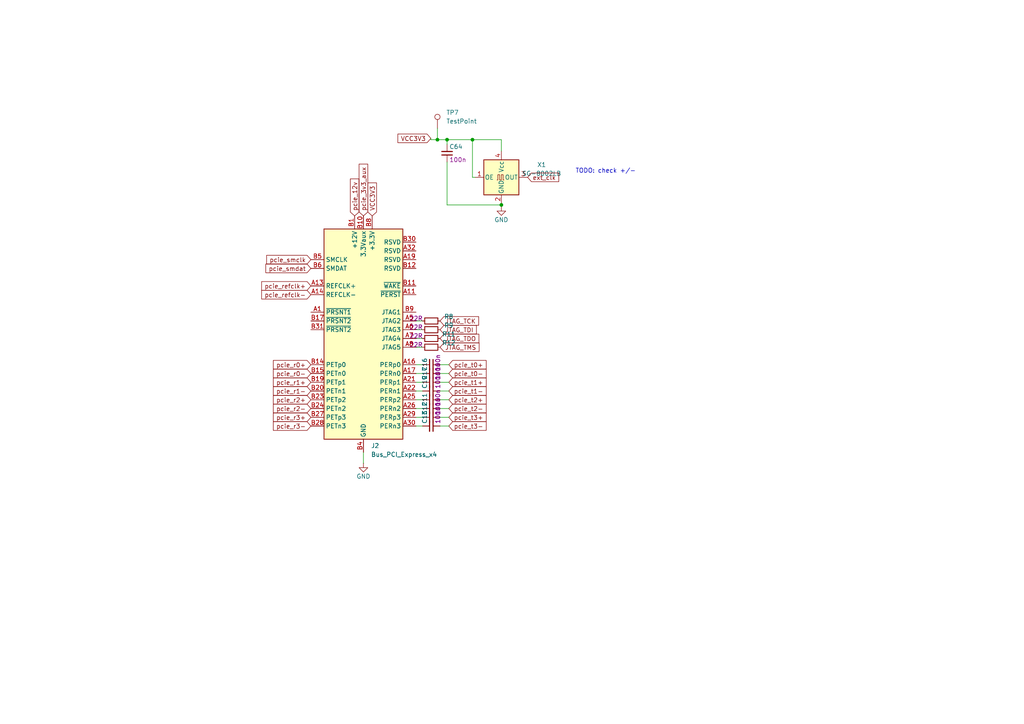
<source format=kicad_sch>
(kicad_sch (version 20230121) (generator eeschema)
  (paper "A4")
  (lib_symbols
    (symbol "Connector:Bus_PCI_Express_x4"
      (property "Reference" "J" (at -8.89 33.02 0))
      (property "Value" "Bus_PCI_Express_x4" (at 12.7 33.02 0))
      (symbol "Bus_PCI_Express_x4_0_1"
        (rectangle (start -11.43 31.75) (end 11.43 -29.21) (stroke (width 0.254)) (fill (type background)))
      )
      (symbol "Bus_PCI_Express_x4_1_1"
        (pin passive line (at -15.24 7.62 0) (length 3.81) (name "~{PRSNT1}") (number "A1"))
        (pin passive line (at 2.54 35.56 270) (length 3.81) hide (name "+3.3V") (number "A10"))
        (pin input line (at 15.24 12.7 180) (length 3.81) (name "~{PERST}") (number "A11"))
        (pin passive line (at 0 -33.02 90) (length 3.81) hide (name "GND") (number "A12"))
        (pin input line (at -15.24 15.24 0) (length 3.81) (name "REFCLK+") (number "A13"))
        (pin input line (at -15.24 12.7 0) (length 3.81) (name "REFCLK-") (number "A14"))
        (pin passive line (at 0 -33.02 90) (length 3.81) hide (name "GND") (number "A15"))
        (pin output line (at 15.24 -7.62 180) (length 3.81) (name "PERp0") (number "A16"))
        (pin output line (at 15.24 -10.16 180) (length 3.81) (name "PERn0") (number "A17"))
        (pin passive line (at 0 -33.02 90) (length 3.81) hide (name "GND") (number "A18"))
        (pin passive line (at 15.24 22.86 180) (length 3.81) (name "RSVD") (number "A19"))
        (pin passive line (at -2.54 35.56 270) (length 3.81) hide (name "+12V") (number "A2"))
        (pin passive line (at 0 -33.02 90) (length 3.81) hide (name "GND") (number "A20"))
        (pin output line (at 15.24 -12.7 180) (length 3.81) (name "PERp1") (number "A21"))
        (pin output line (at 15.24 -15.24 180) (length 3.81) (name "PERn1") (number "A22"))
        (pin passive line (at 0 -33.02 90) (length 3.81) hide (name "GND") (number "A23"))
        (pin passive line (at 0 -33.02 90) (length 3.81) hide (name "GND") (number "A24"))
        (pin output line (at 15.24 -17.78 180) (length 3.81) (name "PERp2") (number "A25"))
        (pin output line (at 15.24 -20.32 180) (length 3.81) (name "PERn2") (number "A26"))
        (pin passive line (at 0 -33.02 90) (length 3.81) hide (name "GND") (number "A27"))
        (pin passive line (at 0 -33.02 90) (length 3.81) hide (name "GND") (number "A28"))
        (pin output line (at 15.24 -22.86 180) (length 3.81) (name "PERp3") (number "A29"))
        (pin passive line (at -2.54 35.56 270) (length 3.81) hide (name "+12V") (number "A3"))
        (pin output line (at 15.24 -25.4 180) (length 3.81) (name "PERn3") (number "A30"))
        (pin passive line (at 0 -33.02 90) (length 3.81) hide (name "GND") (number "A31"))
        (pin passive line (at 15.24 25.4 180) (length 3.81) (name "RSVD") (number "A32"))
        (pin passive line (at 0 -33.02 90) (length 3.81) hide (name "GND") (number "A4"))
        (pin input line (at 15.24 5.08 180) (length 3.81) (name "JTAG2") (number "A5"))
        (pin input line (at 15.24 2.54 180) (length 3.81) (name "JTAG3") (number "A6"))
        (pin output line (at 15.24 0 180) (length 3.81) (name "JTAG4") (number "A7"))
        (pin input line (at 15.24 -2.54 180) (length 3.81) (name "JTAG5") (number "A8"))
        (pin passive line (at 2.54 35.56 270) (length 3.81) hide (name "+3.3V") (number "A9"))
        (pin power_in line (at -2.54 35.56 270) (length 3.81) (name "+12V") (number "B1"))
        (pin power_in line (at 0 35.56 270) (length 3.81) (name "3.3Vaux") (number "B10"))
        (pin open_collector line (at 15.24 15.24 180) (length 3.81) (name "~{WAKE}") (number "B11"))
        (pin passive line (at 15.24 20.32 180) (length 3.81) (name "RSVD") (number "B12"))
        (pin passive line (at 0 -33.02 90) (length 3.81) hide (name "GND") (number "B13"))
        (pin input line (at -15.24 -7.62 0) (length 3.81) (name "PETp0") (number "B14"))
        (pin input line (at -15.24 -10.16 0) (length 3.81) (name "PETn0") (number "B15"))
        (pin passive line (at 0 -33.02 90) (length 3.81) hide (name "GND") (number "B16"))
        (pin passive line (at -15.24 5.08 0) (length 3.81) (name "~{PRSNT2}") (number "B17"))
        (pin passive line (at 0 -33.02 90) (length 3.81) hide (name "GND") (number "B18"))
        (pin input line (at -15.24 -12.7 0) (length 3.81) (name "PETp1") (number "B19"))
        (pin passive line (at -2.54 35.56 270) (length 3.81) hide (name "+12V") (number "B2"))
        (pin input line (at -15.24 -15.24 0) (length 3.81) (name "PETn1") (number "B20"))
        (pin passive line (at 0 -33.02 90) (length 3.81) hide (name "GND") (number "B21"))
        (pin passive line (at 0 -33.02 90) (length 3.81) hide (name "GND") (number "B22"))
        (pin input line (at -15.24 -17.78 0) (length 3.81) (name "PETp2") (number "B23"))
        (pin input line (at -15.24 -20.32 0) (length 3.81) (name "PETn2") (number "B24"))
        (pin passive line (at 0 -33.02 90) (length 3.81) hide (name "GND") (number "B25"))
        (pin passive line (at 0 -33.02 90) (length 3.81) hide (name "GND") (number "B26"))
        (pin input line (at -15.24 -22.86 0) (length 3.81) (name "PETp3") (number "B27"))
        (pin input line (at -15.24 -25.4 0) (length 3.81) (name "PETn3") (number "B28"))
        (pin passive line (at 0 -33.02 90) (length 3.81) hide (name "GND") (number "B29"))
        (pin passive line (at -2.54 35.56 270) (length 3.81) hide (name "+12V") (number "B3"))
        (pin passive line (at 15.24 27.94 180) (length 3.81) (name "RSVD") (number "B30"))
        (pin passive line (at -15.24 2.54 0) (length 3.81) (name "~{PRSNT2}") (number "B31"))
        (pin passive line (at 0 -33.02 90) (length 3.81) hide (name "GND") (number "B32"))
        (pin power_in line (at 0 -33.02 90) (length 3.81) (name "GND") (number "B4"))
        (pin input line (at -15.24 22.86 0) (length 3.81) (name "SMCLK") (number "B5"))
        (pin bidirectional line (at -15.24 20.32 0) (length 3.81) (name "SMDAT") (number "B6"))
        (pin passive line (at 0 -33.02 90) (length 3.81) hide (name "GND") (number "B7"))
        (pin power_in line (at 2.54 35.56 270) (length 3.81) (name "+3.3V") (number "B8"))
        (pin input line (at 15.24 7.62 180) (length 3.81) (name "JTAG1") (number "B9"))
      )
    )
    (symbol "Connector:TestPoint" (pin_numbers hide) (pin_names (offset 0.762) hide)
      (property "Reference" "TP" (at 0 6.858 0))
      (property "Value" "TestPoint" (at 0 5.08 0))
      (symbol "TestPoint_0_1"
        (circle (center 0 3.302) (radius 0.762))
      )
      (symbol "TestPoint_1_1"
        (pin passive line (at 0 0 90) (length 2.54) (name "1") (number "1"))
      )
    )
    (symbol "Oscillator:SG-8002LB" (pin_names (offset 0.254))
      (property "Reference" "X" (at -5.08 6.35 0))
      (property "Value" "SG-8002LB" (at 1.27 -6.35 0))
      (symbol "SG-8002LB_0_1"
        (rectangle (start -5.08 5.08) (end 5.08 -5.08) (stroke (width 0.254)) (fill (type background)))
        (polyline (pts (xy -1.27 -0.762) (xy -1.016 -0.762) (xy -1.016 0.762) (xy -0.508 0.762) (xy -0.508 -0.762) (xy 0 -0.762) (xy 0 0.762) (xy 0.508 0.762) (xy 0.508 -0.762) (xy 0.762 -0.762)))
      )
      (symbol "SG-8002LB_1_1"
        (pin input line (at -7.62 0 0) (length 2.54) (name "OE") (number "1"))
        (pin power_in line (at 0 -7.62 90) (length 2.54) (name "GND") (number "2"))
        (pin output line (at 7.62 0 180) (length 2.54) (name "OUT") (number "3"))
        (pin power_in line (at 0 7.62 270) (length 2.54) (name "Vcc") (number "4"))
      )
    )
    (symbol "R_22R_0402_2" (pin_numbers hide) (pin_names hide)
      (property "Reference" "R" (at 20.32 -5.08 0))
      (property "Val" "22R" (at 20.32 -7.62 0))
      (symbol "R_22R_0402_2_0_1"
        (rectangle (start 0.635 0.889) (end 4.445 -0.889) (stroke (width 0.254)))
      )
      (symbol "R_22R_0402_2_1_1"
        (pin passive line (at 0 0 0) (length 0.635) (name "~") (number "1"))
        (pin passive line (at 5.08 0 180) (length 0.635) (name "~") (number "2"))
      )
    )
    (symbol "R_22R_0402_3" (pin_numbers hide) (pin_names hide)
      (property "Reference" "R" (at 20.32 -5.08 0))
      (property "Val" "22R" (at 20.32 -7.62 0))
      (symbol "R_22R_0402_3_0_1"
        (rectangle (start 0.635 0.889) (end 4.445 -0.889) (stroke (width 0.254)))
      )
      (symbol "R_22R_0402_3_1_1"
        (pin passive line (at 0 0 0) (length 0.635) (name "~") (number "1"))
        (pin passive line (at 5.08 0 180) (length 0.635) (name "~") (number "2"))
      )
    )
    (symbol "R_22R_0402_4" (pin_numbers hide) (pin_names hide)
      (property "Reference" "R" (at 20.32 -5.08 0))
      (property "Val" "22R" (at 20.32 -7.62 0))
      (symbol "R_22R_0402_4_0_1"
        (rectangle (start 0.635 0.889) (end 4.445 -0.889) (stroke (width 0.254)))
      )
      (symbol "R_22R_0402_4_1_1"
        (pin passive line (at 0 0 0) (length 0.635) (name "~") (number "1"))
        (pin passive line (at 5.08 0 180) (length 0.635) (name "~") (number "2"))
      )
    )
    (symbol "R_22R_0402_5" (pin_numbers hide) (pin_names hide)
      (property "Reference" "R" (at 20.32 -5.08 0))
      (property "Val" "22R" (at 20.32 -7.62 0))
      (symbol "R_22R_0402_5_0_1"
        (rectangle (start 0.635 0.889) (end 4.445 -0.889) (stroke (width 0.254)))
      )
      (symbol "R_22R_0402_5_1_1"
        (pin passive line (at 0 0 0) (length 0.635) (name "~") (number "1"))
        (pin passive line (at 5.08 0 180) (length 0.635) (name "~") (number "2"))
      )
    )
    (symbol "antmicroCapacitorsmisc:C_100n_6V3_0402" (pin_numbers hide) (pin_names hide)
      (property "Reference" "C" (at 20.32 -5.08 0))
      (property "Val" "100n" (at 20.32 -7.62 0))
      (symbol "C_100n_6V3_0402_0_1"
        (polyline (pts (xy 2.032 -1.524) (xy 2.032 1.524)) (stroke (width 0.3048)))
        (polyline (pts (xy 3.048 -1.524) (xy 3.048 1.524)) (stroke (width 0.3302)))
      )
      (symbol "C_100n_6V3_0402_1_1"
        (pin passive line (at 0 0 0) (length 2.032) (name "~") (number "1"))
        (pin passive line (at 5.08 0 180) (length 2.032) (name "~") (number "2"))
      )
    )
    (symbol "antmicropower:GND" (power) (pin_numbers hide) (pin_names hide)
      (property "Value" "GND" (at 8.89 -5.08 0))
      (symbol "GND_1_1"
        (polyline (pts (xy 0 0) (xy 0 -1.27) (xy 1.27 -1.27) (xy 0 -2.54) (xy -1.27 -1.27) (xy 0 -1.27)))
        (pin power_in line (at 0 0 270) (length 0) (name "GND") (number "1"))
      )
    )
  )
  (junction (at 145.415 59.436))
  (junction (at 137.033 40.513))
  (junction (at 129.667 40.513))
  (junction (at 126.873 40.513))
  (wire (pts (xy 126.873 40.513) (xy 124.968 40.513)))
  (wire (pts (xy 120.65 95.631) (xy 122.555 95.631)))
  (wire (pts (xy 127.635 115.951) (xy 130.175 115.951)))
  (wire (pts (xy 124.968 40.513) (xy 124.968 40.132)))
  (wire (pts (xy 127.635 110.871) (xy 130.175 110.871)))
  (wire (pts (xy 127.635 113.411) (xy 130.175 113.411)))
  (wire (pts (xy 137.033 51.435) (xy 137.033 40.513)))
  (wire (pts (xy 127.635 118.491) (xy 130.175 118.491)))
  (wire (pts (xy 120.65 110.871) (xy 122.555 110.871)))
  (wire (pts (xy 120.65 118.491) (xy 122.555 118.491)))
  (wire (pts (xy 120.65 105.791) (xy 122.555 105.791)))
  (wire (pts (xy 129.667 40.513) (xy 137.033 40.513)))
  (wire (pts (xy 129.667 41.91) (xy 129.667 40.513)))
  (wire (pts (xy 127.635 123.571) (xy 130.175 123.571)))
  (wire (pts (xy 127.635 121.031) (xy 130.175 121.031)))
  (wire (pts (xy 145.415 59.436) (xy 129.667 59.436)))
  (wire (pts (xy 129.667 59.436) (xy 129.667 46.99)))
  (wire (pts (xy 105.41 131.191) (xy 105.41 134.366)))
  (wire (pts (xy 120.65 98.171) (xy 122.555 98.171)))
  (wire (pts (xy 120.65 108.331) (xy 122.555 108.331)))
  (wire (pts (xy 137.795 51.435) (xy 137.033 51.435)))
  (wire (pts (xy 129.667 40.513) (xy 126.873 40.513)))
  (wire (pts (xy 145.415 59.436) (xy 145.415 59.944)))
  (wire (pts (xy 120.65 121.031) (xy 122.555 121.031)))
  (wire (pts (xy 120.65 93.091) (xy 122.555 93.091)))
  (wire (pts (xy 127.635 105.791) (xy 130.175 105.791)))
  (wire (pts (xy 145.415 59.055) (xy 145.415 59.436)))
  (wire (pts (xy 145.415 40.513) (xy 145.415 43.815)))
  (wire (pts (xy 126.873 37.211) (xy 126.873 40.513)))
  (wire (pts (xy 120.65 100.711) (xy 122.555 100.711)))
  (wire (pts (xy 120.65 115.951) (xy 122.555 115.951)))
  (wire (pts (xy 137.033 40.513) (xy 145.415 40.513)))
  (wire (pts (xy 127.635 108.331) (xy 130.175 108.331)))
  (wire (pts (xy 120.65 123.571) (xy 122.555 123.571)))
  (wire (pts (xy 120.65 113.411) (xy 122.555 113.411)))
  (text "TODO: check +/-" (at 166.878 50.419 0) (effects (font (size 1.27 1.27)) (justify left bottom)))
  (global_label "JTAG_TMS" (shape input) (at 127.635 100.711 0) (property "Intersheetrefs" "${INTERSHEET_REFS}" (effects hide)))
  (global_label "pcie_r3-" (shape input) (at 90.17 123.571 180) (property "Intersheetrefs" "${INTERSHEET_REFS}" (effects hide)))
  (global_label "pcie_t3+" (shape input) (at 130.175 121.031 0) (property "Intersheetrefs" "${INTERSHEET_REFS}" (effects hide)))
  (global_label "pcie_r2+" (shape input) (at 90.17 115.951 180) (property "Intersheetrefs" "${INTERSHEET_REFS}" (effects hide)))
  (global_label "pcie_smdat" (shape input) (at 90.17 77.851 180) (property "Intersheetrefs" "${INTERSHEET_REFS}" (effects hide)))
  (global_label "pcie_refclk-" (shape input) (at 90.17 85.471 180) (property "Intersheetrefs" "${INTERSHEET_REFS}" (effects hide)))
  (global_label "pcie_r1+" (shape input) (at 90.17 110.871 180) (property "Intersheetrefs" "${INTERSHEET_REFS}" (effects hide)))
  (global_label "pcie_smclk" (shape input) (at 90.17 75.311 180) (property "Intersheetrefs" "${INTERSHEET_REFS}" (effects hide)))
  (global_label "pcie_r2-" (shape input) (at 90.17 118.491 180) (property "Intersheetrefs" "${INTERSHEET_REFS}" (effects hide)))
  (global_label "pcie_r0-" (shape input) (at 90.17 108.331 180) (property "Intersheetrefs" "${INTERSHEET_REFS}" (effects hide)))
  (global_label "pcie_3v3_aux" (shape input) (at 105.41 62.611 90) (property "Intersheetrefs" "${INTERSHEET_REFS}" (effects hide)))
  (global_label "pcie_t0+" (shape input) (at 130.175 105.791 0) (property "Intersheetrefs" "${INTERSHEET_REFS}" (effects hide)))
  (global_label "ext_clk" (shape input) (at 153.035 51.435 0) (property "Intersheetrefs" "${INTERSHEET_REFS}" (effects hide)))
  (global_label "pcie_r1-" (shape input) (at 90.17 113.411 180) (property "Intersheetrefs" "${INTERSHEET_REFS}" (effects hide)))
  (global_label "pcie_t2+" (shape input) (at 130.175 115.951 0) (property "Intersheetrefs" "${INTERSHEET_REFS}" (effects hide)))
  (global_label "pcie_t3-" (shape input) (at 130.175 123.571 0) (property "Intersheetrefs" "${INTERSHEET_REFS}" (effects hide)))
  (global_label "JTAG_TDO" (shape input) (at 127.635 98.171 0) (property "Intersheetrefs" "${INTERSHEET_REFS}" (effects hide)))
  (global_label "pcie_t0-" (shape input) (at 130.175 108.331 0) (property "Intersheetrefs" "${INTERSHEET_REFS}" (effects hide)))
  (global_label "pcie_r0+" (shape input) (at 90.17 105.791 180) (property "Intersheetrefs" "${INTERSHEET_REFS}" (effects hide)))
  (global_label "JTAG_TDI" (shape input) (at 127.635 95.631 0) (property "Intersheetrefs" "${INTERSHEET_REFS}" (effects hide)))
  (global_label "pcie_12v" (shape input) (at 102.87 62.611 90) (property "Intersheetrefs" "${INTERSHEET_REFS}" (effects hide)))
  (global_label "JTAG_TCK" (shape input) (at 127.635 93.091 0) (property "Intersheetrefs" "${INTERSHEET_REFS}" (effects hide)))
  (global_label "pcie_r3+" (shape input) (at 90.17 121.031 180) (property "Intersheetrefs" "${INTERSHEET_REFS}" (effects hide)))
  (global_label "pcie_t2-" (shape input) (at 130.175 118.491 0) (property "Intersheetrefs" "${INTERSHEET_REFS}" (effects hide)))
  (global_label "pcie_refclk+" (shape input) (at 90.17 82.931 180) (property "Intersheetrefs" "${INTERSHEET_REFS}" (effects hide)))
  (global_label "VCC3V3" (shape input) (at 124.968 40.132 180) (property "Intersheetrefs" "${INTERSHEET_REFS}" (effects hide)))
  (global_label "VCC3V3" (shape input) (at 107.95 62.611 90) (property "Intersheetrefs" "${INTERSHEET_REFS}" (effects hide)))
  (global_label "pcie_t1+" (shape input) (at 130.175 110.871 0) (property "Intersheetrefs" "${INTERSHEET_REFS}" (effects hide)))
  (global_label "pcie_t1-" (shape input) (at 130.175 113.411 0) (property "Intersheetrefs" "${INTERSHEET_REFS}" (effects hide)))
  (symbol (lib_id "antmicropower:GND") (at 145.415 59.944 0) (unit 1)
    (property "Reference" "#PWR053" (effects hide))
    (property "Value" "GND" (at 145.415 63.754 0))
    (property "Author" "Antmicro" (effects hide))
    (property "License" "Apache-2.0" (effects hide))
  )
  (symbol (lib_name "R_22R_0402_5") (lib_id "antmicroResistors0402:R_22R_0402") (at 122.555 100.711 0) (unit 1)
    (property "Reference" "R12" (at 130.175 99.441 0))
    (property "Value" "22R" (effects hide))
    (property "Footprint" "antmicro-footprints:R_0402_1005Metric" (effects hide))
    (property "Datasheet" "https://www.bourns.com/docs/product-datasheets/cr.pdf" (effects hide))
    (property "Manufacturer" "Bourns" (effects hide))
    (property "MPN" "CR0402-FX-22R0GLF" (effects hide))
    (property "Val" "22R" (at 118.745 100.711 0) (effects (justify left bottom)))
    (property "License" "Apache-2.0" (effects hide))
    (property "Author" "Antmicro" (effects hide))
    (property "Tolerance" "1%" (effects hide))
    (property "LCSC" "C25092" (effects hide))
  )
  (symbol (lib_id "antmicroCapacitorsmisc:C_100n_6V3_0402") (at 127.635 118.491 0) (mirror y) (unit 1)
    (property "Reference" "C11" (at 123.19 117.856 90) (effects (justify left)))
    (property "Value" "100n" (effects hide))
    (property "Footprint" "antmicro-footprints:C_0402_1005Metric" (effects hide))
    (property "Datasheet" " " (effects hide))
    (property "Manufacturer" "Walsin" (effects hide))
    (property "MPN" "0402X104K6R3CT" (effects hide))
    (property "Val" "100n" (at 127 117.856 90) (effects (justify left)))
    (property "License" "Apache-2.0" (effects hide))
    (property "Author" "Antmicro" (effects hide))
    (property "LCSC" "C1525" (effects hide))
  )
  (symbol (lib_id "antmicroCapacitorsmisc:C_100n_6V3_0402") (at 127.635 108.331 0) (mirror y) (unit 1)
    (property "Reference" "C16" (at 123.19 107.696 90) (effects (justify left)))
    (property "Value" "100n" (effects hide))
    (property "Footprint" "antmicro-footprints:C_0402_1005Metric" (effects hide))
    (property "Datasheet" " " (effects hide))
    (property "Manufacturer" "Walsin" (effects hide))
    (property "MPN" "0402X104K6R3CT" (effects hide))
    (property "Val" "100n" (at 127 107.696 90) (effects (justify left)))
    (property "License" "Apache-2.0" (effects hide))
    (property "Author" "Antmicro" (effects hide))
    (property "LCSC" "C1525" (effects hide))
  )
  (symbol (lib_id "Connector:TestPoint") (at 126.873 37.211 0) (unit 1)
    (property "Reference" "TP7" (at 129.413 32.639 0) (effects (justify left)))
    (property "Value" "TestPoint" (at 129.413 35.179 0) (effects (justify left)))
    (property "Footprint" "TestPoint:TestPoint_Pad_D1.0mm" (effects hide))
  )
  (symbol (lib_id "antmicroCapacitorsmisc:C_100n_6V3_0402") (at 127.635 115.951 0) (mirror y) (unit 1)
    (property "Reference" "C10" (effects hide))
    (property "Value" "100n" (effects hide))
    (property "Footprint" "antmicro-footprints:C_0402_1005Metric" (effects hide))
    (property "Datasheet" " " (effects hide))
    (property "Manufacturer" "Walsin" (effects hide))
    (property "MPN" "0402X104K6R3CT" (effects hide))
    (property "Val" "100n" (effects hide))
    (property "License" "Apache-2.0" (effects hide))
    (property "Author" "Antmicro" (effects hide))
    (property "LCSC" "C1525" (effects hide))
  )
  (symbol (lib_id "antmicroCapacitorsmisc:C_100n_6V3_0402") (at 129.667 46.99 270) (mirror x) (unit 1)
    (property "Reference" "C64" (at 130.302 42.545 90) (effects (justify left)))
    (property "Value" "100n" (effects hide))
    (property "Footprint" "antmicro-footprints:C_0402_1005Metric" (effects hide))
    (property "Datasheet" " " (effects hide))
    (property "Manufacturer" "Walsin" (effects hide))
    (property "MPN" "0402X104K6R3CT" (effects hide))
    (property "Val" "100n" (at 130.302 46.355 90) (effects (justify left)))
    (property "License" "Apache-2.0" (effects hide))
    (property "Author" "Antmicro" (effects hide))
    (property "LCSC" "C1525" (effects hide))
  )
  (symbol (lib_name "R_22R_0402_4") (lib_id "antmicroResistors0402:R_22R_0402") (at 122.555 93.091 0) (unit 1)
    (property "Reference" "R8" (at 130.175 91.821 0))
    (property "Value" "22R" (effects hide))
    (property "Footprint" "antmicro-footprints:R_0402_1005Metric" (effects hide))
    (property "Datasheet" "https://www.bourns.com/docs/product-datasheets/cr.pdf" (effects hide))
    (property "Manufacturer" "Bourns" (effects hide))
    (property "MPN" "CR0402-FX-22R0GLF" (effects hide))
    (property "Val" "22R" (at 118.745 93.091 0) (effects (justify left bottom)))
    (property "License" "Apache-2.0" (effects hide))
    (property "Author" "Antmicro" (effects hide))
    (property "Tolerance" "1%" (effects hide))
    (property "LCSC" "C25092" (effects hide))
  )
  (symbol (lib_id "antmicroCapacitorsmisc:C_100n_6V3_0402") (at 127.635 105.791 0) (mirror y) (unit 1)
    (property "Reference" "C15" (effects hide))
    (property "Value" "100n" (effects hide))
    (property "Footprint" "antmicro-footprints:C_0402_1005Metric" (effects hide))
    (property "Datasheet" " " (effects hide))
    (property "Manufacturer" "Walsin" (effects hide))
    (property "MPN" "0402X104K6R3CT" (effects hide))
    (property "Val" "100n" (effects hide))
    (property "License" "Apache-2.0" (effects hide))
    (property "Author" "Antmicro" (effects hide))
    (property "LCSC" "C1525" (effects hide))
  )
  (symbol (lib_id "antmicroCapacitorsmisc:C_100n_6V3_0402") (at 127.635 110.871 0) (mirror y) (unit 1)
    (property "Reference" "C17" (at 123.19 110.236 90) (effects (justify left)))
    (property "Value" "100n" (effects hide))
    (property "Footprint" "antmicro-footprints:C_0402_1005Metric" (effects hide))
    (property "Datasheet" " " (effects hide))
    (property "Manufacturer" "Walsin" (effects hide))
    (property "MPN" "0402X104K6R3CT" (effects hide))
    (property "Val" "100n" (at 127 110.236 90) (effects (justify left)))
    (property "License" "Apache-2.0" (effects hide))
    (property "Author" "Antmicro" (effects hide))
    (property "LCSC" "C1525" (effects hide))
  )
  (symbol (lib_id "antmicropower:GND") (at 105.41 134.366 0) (unit 1)
    (property "Reference" "#PWR01" (effects hide))
    (property "Value" "GND" (at 105.41 138.176 0))
    (property "Author" "Antmicro" (effects hide))
    (property "License" "Apache-2.0" (effects hide))
  )
  (symbol (lib_id "antmicroCapacitorsmisc:C_100n_6V3_0402") (at 127.635 113.411 0) (mirror y) (unit 1)
    (property "Reference" "C19" (at 123.19 112.776 90) (effects (justify left)))
    (property "Value" "100n" (effects hide))
    (property "Footprint" "antmicro-footprints:C_0402_1005Metric" (effects hide))
    (property "Datasheet" " " (effects hide))
    (property "Manufacturer" "Walsin" (effects hide))
    (property "MPN" "0402X104K6R3CT" (effects hide))
    (property "Val" "100n" (at 127 112.776 90) (effects (justify left)))
    (property "License" "Apache-2.0" (effects hide))
    (property "Author" "Antmicro" (effects hide))
    (property "LCSC" "C1525" (effects hide))
  )
  (symbol (lib_name "R_22R_0402_3") (lib_id "antmicroResistors0402:R_22R_0402") (at 122.555 98.171 0) (unit 1)
    (property "Reference" "R11" (at 130.175 96.901 0))
    (property "Value" "22R" (effects hide))
    (property "Footprint" "antmicro-footprints:R_0402_1005Metric" (effects hide))
    (property "Datasheet" "https://www.bourns.com/docs/product-datasheets/cr.pdf" (effects hide))
    (property "Manufacturer" "Bourns" (effects hide))
    (property "MPN" "CR0402-FX-22R0GLF" (effects hide))
    (property "Val" "22R" (at 118.745 98.171 0) (effects (justify left bottom)))
    (property "License" "Apache-2.0" (effects hide))
    (property "Author" "Antmicro" (effects hide))
    (property "Tolerance" "1%" (effects hide))
    (property "LCSC" "C25092" (effects hide))
  )
  (symbol (lib_id "Connector:Bus_PCI_Express_x4") (at 105.41 98.171 0) (unit 1)
    (property "Reference" "J2" (at 107.6041 129.286 0) (effects (justify left)))
    (property "Value" "Bus_PCI_Express_x4" (at 107.6041 131.826 0) (effects (justify left)))
    (property "Footprint" "Connector_PCBEdge:BUS_PCIexpress_x4" (effects hide))
    (property "Datasheet" "http://www.ritrontek.com/uploadfile/2016/1026/20161026105231124.pdf#page=63" (effects hide))
  )
  (symbol (lib_id "antmicroCapacitorsmisc:C_100n_6V3_0402") (at 127.635 121.031 0) (mirror y) (unit 1)
    (property "Reference" "C12" (at 123.19 120.396 90) (effects (justify left)))
    (property "Value" "100n" (effects hide))
    (property "Footprint" "antmicro-footprints:C_0402_1005Metric" (effects hide))
    (property "Datasheet" " " (effects hide))
    (property "Manufacturer" "Walsin" (effects hide))
    (property "MPN" "0402X104K6R3CT" (effects hide))
    (property "Val" "100n" (at 127 120.396 90) (effects (justify left)))
    (property "License" "Apache-2.0" (effects hide))
    (property "Author" "Antmicro" (effects hide))
    (property "LCSC" "C1525" (effects hide))
  )
  (symbol (lib_name "R_22R_0402_2") (lib_id "antmicroResistors0402:R_22R_0402") (at 122.555 95.631 0) (unit 1)
    (property "Reference" "R9" (at 130.175 94.361 0))
    (property "Value" "22R" (effects hide))
    (property "Footprint" "antmicro-footprints:R_0402_1005Metric" (effects hide))
    (property "Datasheet" "https://www.bourns.com/docs/product-datasheets/cr.pdf" (effects hide))
    (property "Manufacturer" "Bourns" (effects hide))
    (property "MPN" "CR0402-FX-22R0GLF" (effects hide))
    (property "Val" "22R" (at 118.745 95.631 0) (effects (justify left bottom)))
    (property "License" "Apache-2.0" (effects hide))
    (property "Author" "Antmicro" (effects hide))
    (property "Tolerance" "1%" (effects hide))
    (property "LCSC" "C25092" (effects hide))
  )
  (symbol (lib_id "antmicroCapacitorsmisc:C_100n_6V3_0402") (at 127.635 123.571 0) (mirror y) (unit 1)
    (property "Reference" "C13" (at 123.19 122.936 90) (effects (justify left)))
    (property "Value" "100n" (effects hide))
    (property "Footprint" "antmicro-footprints:C_0402_1005Metric" (effects hide))
    (property "Datasheet" " " (effects hide))
    (property "Manufacturer" "Walsin" (effects hide))
    (property "MPN" "0402X104K6R3CT" (effects hide))
    (property "Val" "100n" (at 127 122.936 90) (effects (justify left)))
    (property "License" "Apache-2.0" (effects hide))
    (property "Author" "Antmicro" (effects hide))
    (property "LCSC" "C1525" (effects hide))
  )
  (symbol (lib_id "Oscillator:SG-8002LB") (at 145.415 51.435 0) (unit 1)
    (property "Reference" "X1" (at 157.099 47.7871 0))
    (property "Value" "SG-8002LB" (at 157.099 50.3271 0))
    (property "Footprint" "nf_tpu:nf_osci_100mhz" (effects hide))
    (property "Datasheet" "https://support.epson.biz/td/api/doc_check.php?dl=brief_SG-8002LB&lang=en" (effects hide))
    (property "LCSC" "C728996" (effects hide))
  )
)
</source>
